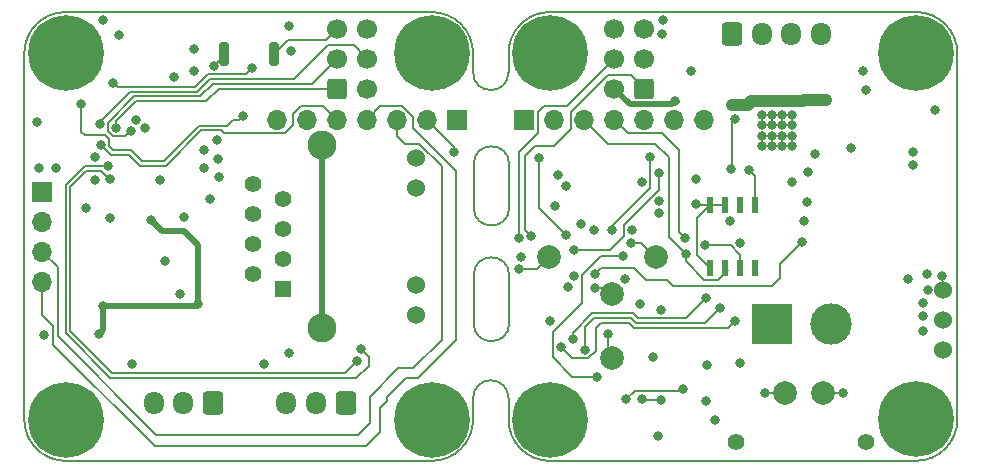
<source format=gbr>
%TF.GenerationSoftware,KiCad,Pcbnew,(7.0.0-0)*%
%TF.CreationDate,2023-05-24T17:39:11+02:00*%
%TF.ProjectId,ethersweep,65746865-7273-4776-9565-702e6b696361,2.0.1*%
%TF.SameCoordinates,Original*%
%TF.FileFunction,Copper,L4,Bot*%
%TF.FilePolarity,Positive*%
%FSLAX46Y46*%
G04 Gerber Fmt 4.6, Leading zero omitted, Abs format (unit mm)*
G04 Created by KiCad (PCBNEW (7.0.0-0)) date 2023-05-24 17:39:11*
%MOMM*%
%LPD*%
G01*
G04 APERTURE LIST*
G04 Aperture macros list*
%AMRoundRect*
0 Rectangle with rounded corners*
0 $1 Rounding radius*
0 $2 $3 $4 $5 $6 $7 $8 $9 X,Y pos of 4 corners*
0 Add a 4 corners polygon primitive as box body*
4,1,4,$2,$3,$4,$5,$6,$7,$8,$9,$2,$3,0*
0 Add four circle primitives for the rounded corners*
1,1,$1+$1,$2,$3*
1,1,$1+$1,$4,$5*
1,1,$1+$1,$6,$7*
1,1,$1+$1,$8,$9*
0 Add four rect primitives between the rounded corners*
20,1,$1+$1,$2,$3,$4,$5,0*
20,1,$1+$1,$4,$5,$6,$7,0*
20,1,$1+$1,$6,$7,$8,$9,0*
20,1,$1+$1,$8,$9,$2,$3,0*%
G04 Aperture macros list end*
%TA.AperFunction,ComponentPad*%
%ADD10R,1.398000X1.398000*%
%TD*%
%TA.AperFunction,ComponentPad*%
%ADD11C,1.398000*%
%TD*%
%TA.AperFunction,ComponentPad*%
%ADD12C,1.530000*%
%TD*%
%TA.AperFunction,ComponentPad*%
%ADD13C,2.445000*%
%TD*%
%TA.AperFunction,ComponentPad*%
%ADD14C,0.800000*%
%TD*%
%TA.AperFunction,ComponentPad*%
%ADD15C,6.400000*%
%TD*%
%TA.AperFunction,ComponentPad*%
%ADD16RoundRect,0.250000X0.600000X0.600000X-0.600000X0.600000X-0.600000X-0.600000X0.600000X-0.600000X0*%
%TD*%
%TA.AperFunction,ComponentPad*%
%ADD17C,1.700000*%
%TD*%
%TA.AperFunction,ComponentPad*%
%ADD18C,1.524000*%
%TD*%
%TA.AperFunction,ComponentPad*%
%ADD19C,1.400000*%
%TD*%
%TA.AperFunction,ComponentPad*%
%ADD20R,3.500000X3.500000*%
%TD*%
%TA.AperFunction,ComponentPad*%
%ADD21C,3.500000*%
%TD*%
%TA.AperFunction,ComponentPad*%
%ADD22R,1.700000X1.700000*%
%TD*%
%TA.AperFunction,ComponentPad*%
%ADD23O,1.700000X1.700000*%
%TD*%
%TA.AperFunction,ComponentPad*%
%ADD24RoundRect,0.250000X0.600000X0.725000X-0.600000X0.725000X-0.600000X-0.725000X0.600000X-0.725000X0*%
%TD*%
%TA.AperFunction,ComponentPad*%
%ADD25O,1.700000X1.950000*%
%TD*%
%TA.AperFunction,ComponentPad*%
%ADD26RoundRect,0.250000X-0.600000X-0.725000X0.600000X-0.725000X0.600000X0.725000X-0.600000X0.725000X0*%
%TD*%
%TA.AperFunction,ComponentPad*%
%ADD27RoundRect,0.250000X-0.600000X-0.600000X0.600000X-0.600000X0.600000X0.600000X-0.600000X0.600000X0*%
%TD*%
%TA.AperFunction,SMDPad,CuDef*%
%ADD28RoundRect,0.200000X0.200000X0.800000X-0.200000X0.800000X-0.200000X-0.800000X0.200000X-0.800000X0*%
%TD*%
%TA.AperFunction,SMDPad,CuDef*%
%ADD29R,0.600000X1.400000*%
%TD*%
%TA.AperFunction,SMDPad,CuDef*%
%ADD30C,2.000000*%
%TD*%
%TA.AperFunction,ViaPad*%
%ADD31C,0.800000*%
%TD*%
%TA.AperFunction,Conductor*%
%ADD32C,0.250000*%
%TD*%
%TA.AperFunction,Conductor*%
%ADD33C,0.200000*%
%TD*%
%TA.AperFunction,Conductor*%
%ADD34C,0.500000*%
%TD*%
%TA.AperFunction,Conductor*%
%ADD35C,0.400000*%
%TD*%
%TA.AperFunction,Conductor*%
%ADD36C,1.000000*%
%TD*%
%TA.AperFunction,Profile*%
%ADD37C,0.150000*%
%TD*%
G04 APERTURE END LIST*
D10*
X167999999Y-50149999D03*
D11*
X165460000Y-48880000D03*
X168000000Y-47610000D03*
X165460000Y-46340000D03*
X168000000Y-45070000D03*
X165460000Y-43800000D03*
X168000000Y-42530000D03*
X165460000Y-41260000D03*
D12*
X179250000Y-52325000D03*
X179250000Y-49785000D03*
X179250000Y-41615000D03*
X179250000Y-39075000D03*
D13*
X171300000Y-53445000D03*
X171300000Y-37955000D03*
D14*
X178200000Y-30200000D03*
X178902944Y-28502944D03*
X178902944Y-31897056D03*
X180600000Y-27800000D03*
D15*
X180600000Y-30200000D03*
D14*
X180600000Y-32600000D03*
X182297056Y-28502944D03*
X182297056Y-31897056D03*
X183000000Y-30200000D03*
X147200000Y-30200000D03*
X147902944Y-28502944D03*
X147902944Y-31897056D03*
X149600000Y-27800000D03*
D15*
X149600000Y-30200000D03*
D14*
X149600000Y-32600000D03*
X151297056Y-28502944D03*
X151297056Y-31897056D03*
X152000000Y-30200000D03*
X147200000Y-61200000D03*
X147902944Y-59502944D03*
X147902944Y-62897056D03*
X149600000Y-58800000D03*
D15*
X149600000Y-61200000D03*
D14*
X149600000Y-63600000D03*
X151297056Y-59502944D03*
X151297056Y-62897056D03*
X152000000Y-61200000D03*
X178200000Y-61200000D03*
X178902944Y-59502944D03*
X178902944Y-62897056D03*
X180600000Y-58800000D03*
D15*
X180600000Y-61200000D03*
D14*
X180600000Y-63600000D03*
X182297056Y-59502944D03*
X182297056Y-62897056D03*
X183000000Y-61200000D03*
X188200000Y-30200000D03*
X188902944Y-28502944D03*
X188902944Y-31897056D03*
X190600000Y-27800000D03*
D15*
X190600000Y-30200000D03*
D14*
X190600000Y-32600000D03*
X192297056Y-28502944D03*
X192297056Y-31897056D03*
X193000000Y-30200000D03*
X219200000Y-30200000D03*
X219902944Y-28502944D03*
X219902944Y-31897056D03*
X221600000Y-27800000D03*
D15*
X221600000Y-30200000D03*
D14*
X221600000Y-32600000D03*
X223297056Y-28502944D03*
X223297056Y-31897056D03*
X224000000Y-30200000D03*
X188200000Y-61200000D03*
X188902944Y-59502944D03*
X188902944Y-62897056D03*
X190600000Y-58800000D03*
D15*
X190600000Y-61200000D03*
D14*
X190600000Y-63600000D03*
X192297056Y-59502944D03*
X192297056Y-62897056D03*
X193000000Y-61200000D03*
D16*
X198600000Y-33200000D03*
D17*
X196060000Y-33200000D03*
X198600000Y-30660000D03*
X196060000Y-30660000D03*
X198600000Y-28120000D03*
X196060000Y-28120000D03*
D14*
X219200000Y-61175001D03*
X219902944Y-59477945D03*
X219902944Y-62872057D03*
X221600000Y-58775001D03*
D15*
X221600000Y-61175001D03*
D14*
X221600000Y-63575001D03*
X223297056Y-59477945D03*
X223297056Y-62872057D03*
X224000000Y-61175001D03*
D18*
X223850000Y-55315000D03*
X223850000Y-52775000D03*
X223850000Y-50235000D03*
D19*
X217400000Y-63100000D03*
X206400000Y-63100000D03*
D20*
X209399999Y-53099999D03*
D21*
X214400000Y-53100000D03*
D22*
X182717599Y-35818999D03*
D23*
X180177599Y-35818999D03*
X177637599Y-35818999D03*
X175097599Y-35818999D03*
X172557599Y-35818999D03*
X170017599Y-35818999D03*
X167477599Y-35818999D03*
D24*
X173300000Y-59787500D03*
D25*
X170799999Y-59787499D03*
X168299999Y-59787499D03*
D24*
X162050000Y-59787500D03*
D25*
X159549999Y-59787499D03*
X157049999Y-59787499D03*
D22*
X188452999Y-35818999D03*
D23*
X190992999Y-35818999D03*
X193532999Y-35818999D03*
X196072999Y-35818999D03*
X198612999Y-35818999D03*
X201152999Y-35818999D03*
X203692999Y-35818999D03*
D26*
X206050000Y-28602500D03*
D25*
X208549999Y-28602499D03*
X211049999Y-28602499D03*
X213549999Y-28602499D03*
D27*
X172600000Y-33200000D03*
D17*
X175140000Y-33200000D03*
X172600000Y-30660000D03*
X175140000Y-30660000D03*
X172600000Y-28120000D03*
X175140000Y-28120000D03*
D22*
X147599999Y-41899999D03*
D23*
X147599999Y-44439999D03*
X147599999Y-46979999D03*
X147599999Y-49519999D03*
D28*
X167250000Y-30250000D03*
X163050000Y-30250000D03*
D29*
X204194999Y-42999999D03*
X205464999Y-42999999D03*
X206734999Y-42999999D03*
X208004999Y-42999999D03*
X208004999Y-48399999D03*
X206734999Y-48399999D03*
X205464999Y-48399999D03*
X204194999Y-48399999D03*
D30*
X195850000Y-55970000D03*
X213750000Y-58970000D03*
X195850000Y-50570000D03*
X210550000Y-58963000D03*
X199550000Y-47470000D03*
X190550000Y-47470000D03*
D31*
X158000000Y-47750000D03*
X147350000Y-39870000D03*
X212450000Y-40270000D03*
X160450000Y-29870000D03*
X222200000Y-51320000D03*
X188150000Y-47445000D03*
X153400000Y-44100000D03*
X216100000Y-38195000D03*
X155560000Y-35819000D03*
X208544400Y-37165200D03*
X209408000Y-35438000D03*
X207450000Y-40070000D03*
X220965000Y-49281000D03*
X196937500Y-49282500D03*
X168550000Y-27870000D03*
X210271600Y-35438000D03*
X221350000Y-39620000D03*
X168550000Y-55570000D03*
X162150000Y-31270000D03*
X204620000Y-61230000D03*
X154085000Y-28635000D03*
X202950000Y-40870000D03*
X203825000Y-59645000D03*
X222200000Y-53670000D03*
X205850000Y-44370000D03*
X200025000Y-51920000D03*
X147150000Y-35970000D03*
X199325000Y-55920000D03*
X221325000Y-38545000D03*
X202550000Y-31670000D03*
X198400500Y-41070000D03*
X199840000Y-42730000D03*
X217350000Y-33270000D03*
X208544400Y-35438000D03*
X200075000Y-28520000D03*
X209408000Y-36301600D03*
X200200000Y-27345000D03*
X191307122Y-40527122D03*
X159300000Y-50600000D03*
X211113900Y-41073143D03*
X151350000Y-43270000D03*
X158800000Y-32220000D03*
X162550000Y-40670000D03*
X159650000Y-44070000D03*
X162529096Y-39149096D03*
X211135200Y-35438000D03*
X152800000Y-27400000D03*
X211135200Y-38028800D03*
X152131000Y-40899000D03*
X197574500Y-45170000D03*
X192610285Y-49085573D03*
X161355227Y-39909548D03*
X199747253Y-62615067D03*
X211135200Y-36301600D03*
X190625000Y-52895000D03*
X208544400Y-36301600D03*
X161297982Y-38349548D03*
X210271600Y-37165200D03*
X208857000Y-58963000D03*
X209408000Y-37165200D03*
X160450000Y-31670000D03*
X212150000Y-44370000D03*
X203925000Y-56620000D03*
X211135200Y-37165200D03*
X212350000Y-42770000D03*
X194350000Y-45170000D03*
X210271600Y-38028800D03*
X223200000Y-34995000D03*
X208544400Y-38028800D03*
X168650000Y-29970000D03*
X157600000Y-40900000D03*
X162450000Y-37570000D03*
X217150000Y-31670000D03*
X210271600Y-36301600D03*
X222200000Y-52470000D03*
X191950000Y-41470000D03*
X209408000Y-38028800D03*
X161850000Y-42570000D03*
X202100000Y-47195000D03*
X202075000Y-45845000D03*
X203775000Y-46445000D03*
X206725210Y-46255966D03*
X156300501Y-36490312D03*
X222525000Y-48895000D03*
X155250000Y-56470000D03*
X193200000Y-44670000D03*
X191050000Y-43145000D03*
X202993500Y-42970000D03*
X152050000Y-38970000D03*
X223800000Y-49045000D03*
X199875000Y-43745000D03*
X198250000Y-51420000D03*
X148750000Y-39870000D03*
X201160000Y-34260000D03*
X166425000Y-56495000D03*
X215450000Y-58970000D03*
X147750000Y-54070000D03*
X222625000Y-50220000D03*
X213065372Y-38704628D03*
X192100000Y-49945000D03*
X206700000Y-56420000D03*
X189000000Y-45645000D03*
X153900000Y-36520000D03*
X189675000Y-39045000D03*
X191975000Y-45620000D03*
X155100000Y-36750000D03*
X199100000Y-38995000D03*
X196775000Y-47395000D03*
X195875000Y-45170000D03*
X194575000Y-57570000D03*
X152488673Y-36175003D03*
X188000000Y-45870000D03*
X182500000Y-38520000D03*
X213700000Y-34170000D03*
X206000000Y-34570000D03*
X212050000Y-34270000D03*
X207650000Y-34270000D03*
X152600000Y-37950000D03*
X199800000Y-40320000D03*
X192675000Y-46820000D03*
X150900000Y-34450000D03*
X164650000Y-35470000D03*
X160800000Y-51400000D03*
X152400000Y-54000000D03*
X152800000Y-51600000D03*
X156850000Y-44270000D03*
X201900000Y-58595000D03*
X197050000Y-59495000D03*
X198425000Y-59445000D03*
X200000000Y-59520000D03*
X153350000Y-40870000D03*
X174250000Y-56270000D03*
X174650000Y-55270000D03*
X153150000Y-39750000D03*
X194450000Y-50070000D03*
X195525000Y-53970000D03*
X195325000Y-55970000D03*
X187950000Y-48470000D03*
X197450000Y-46270000D03*
X194400000Y-48895000D03*
X211980000Y-46140000D03*
X205950000Y-39970000D03*
X206250000Y-35770000D03*
X192525000Y-54395000D03*
X203800000Y-50920000D03*
X205000000Y-51770000D03*
X193575000Y-55320000D03*
X191525000Y-55070000D03*
X206250000Y-52870000D03*
X153650000Y-32670000D03*
X165350000Y-31470000D03*
D32*
X179024999Y-31775001D02*
X180600000Y-30200000D01*
D33*
X208005000Y-43000000D02*
X208005000Y-40625000D01*
X208005000Y-40625000D02*
X207450000Y-40070000D01*
X163050000Y-30250000D02*
X163050000Y-30370000D01*
X208850000Y-58970000D02*
X208857000Y-58963000D01*
X210550000Y-58963000D02*
X208857000Y-58963000D01*
X163050000Y-30370000D02*
X162150000Y-31270000D01*
X193533000Y-35819000D02*
X195559000Y-37845000D01*
X148950000Y-48330000D02*
X147600000Y-46980000D01*
X205650000Y-48585000D02*
X205465000Y-48400000D01*
X205450000Y-48385000D02*
X205465000Y-48400000D01*
X205465000Y-48400000D02*
X205465000Y-48800000D01*
X200650000Y-38970000D02*
X200650000Y-45745000D01*
X177637600Y-35819000D02*
X177637600Y-37157600D01*
X199525000Y-37845000D02*
X200650000Y-38970000D01*
X202100000Y-47820000D02*
X202100000Y-47195000D01*
X175350000Y-59270000D02*
X175350000Y-61500480D01*
X174350000Y-62500480D02*
X172870480Y-62500480D01*
X179050000Y-56870000D02*
X177750000Y-56870000D01*
X148950000Y-54170000D02*
X148950000Y-48330000D01*
X200650000Y-45745000D02*
X202100000Y-47195000D01*
X178320370Y-37840370D02*
X179521508Y-37840370D01*
X204865000Y-49400000D02*
X203680000Y-49400000D01*
X181450000Y-39768862D02*
X181450000Y-54470000D01*
X205465000Y-48400000D02*
X205465000Y-48855000D01*
X179521508Y-37840370D02*
X181450000Y-39768862D01*
X205465000Y-48800000D02*
X204865000Y-49400000D01*
X172870480Y-62500480D02*
X172870000Y-62500000D01*
X181450000Y-54470000D02*
X179050000Y-56870000D01*
X195559000Y-37845000D02*
X199525000Y-37845000D01*
X157280000Y-62500000D02*
X148950000Y-54170000D01*
X175350000Y-61500480D02*
X174350000Y-62500480D01*
X177750000Y-56870000D02*
X175350000Y-59270000D01*
X172870000Y-62500000D02*
X157280000Y-62500000D01*
X177637600Y-37157600D02*
X178320370Y-37840370D01*
X205465000Y-48855000D02*
X205450000Y-48870000D01*
X203680000Y-49400000D02*
X202100000Y-47820000D01*
X205925000Y-46445000D02*
X206735000Y-47255000D01*
X178420001Y-57699999D02*
X179449150Y-57699999D01*
X201525000Y-45295000D02*
X201525000Y-38370000D01*
X176250000Y-60220000D02*
X176800000Y-59670000D01*
X176800000Y-59670000D02*
X176800000Y-59320000D01*
X179027600Y-35582654D02*
X179027600Y-36518451D01*
X202075000Y-45845000D02*
X201525000Y-45295000D01*
X157170000Y-63470000D02*
X175050000Y-63470000D01*
X201525000Y-38370000D02*
X200123511Y-36968511D01*
X148549990Y-53270000D02*
X148549990Y-54849990D01*
X176250000Y-62270000D02*
X176250000Y-60220000D01*
X148549990Y-54849990D02*
X157170000Y-63470000D01*
X175097600Y-35819000D02*
X176247600Y-34669000D01*
X206735000Y-47255000D02*
X206735000Y-48400000D01*
X179449150Y-57699999D02*
X182679149Y-54470000D01*
X176800000Y-59320000D02*
X178420001Y-57699999D01*
X197222511Y-36968511D02*
X196073000Y-35819000D01*
X147600000Y-49520000D02*
X147600000Y-52320010D01*
X182679149Y-54470000D02*
X182679149Y-40170000D01*
X179027600Y-36518451D02*
X182679149Y-40170000D01*
X200123511Y-36968511D02*
X197222511Y-36968511D01*
X178113946Y-34669000D02*
X179027600Y-35582654D01*
X176247600Y-34669000D02*
X178113946Y-34669000D01*
X147600000Y-52320010D02*
X148549990Y-53270000D01*
X175050000Y-63470000D02*
X176250000Y-62270000D01*
X203775000Y-46445000D02*
X205925000Y-46445000D01*
X203050000Y-44145000D02*
X204195000Y-43000000D01*
X213750000Y-58970000D02*
X215450000Y-58970000D01*
X203050000Y-47255000D02*
X203050000Y-44145000D01*
X204250000Y-48345000D02*
X204250000Y-48370000D01*
X203050000Y-42970000D02*
X202993500Y-42970000D01*
X204195000Y-48400000D02*
X203050000Y-47255000D01*
X204250000Y-48345000D02*
X204250000Y-48345000D01*
D34*
X196060000Y-33200000D02*
X197359520Y-34499520D01*
D33*
X204250000Y-48345000D02*
X204250000Y-47870000D01*
X204100000Y-48495000D02*
X204125000Y-48470000D01*
X205465000Y-43000000D02*
X204195000Y-43000000D01*
D34*
X200920480Y-34499520D02*
X201160000Y-34260000D01*
D35*
X201160000Y-34260000D02*
X201402054Y-34260000D01*
D33*
X204195000Y-43000000D02*
X203080000Y-43000000D01*
X204125000Y-48470000D02*
X204150000Y-48470000D01*
X204150000Y-48470000D02*
X204150000Y-48445000D01*
X204225000Y-48370000D02*
X204195000Y-48400000D01*
X203080000Y-43000000D02*
X203050000Y-42970000D01*
X204150000Y-48445000D02*
X204195000Y-48400000D01*
X204250000Y-48455000D02*
X204195000Y-48400000D01*
X204250000Y-48370000D02*
X204225000Y-48370000D01*
D35*
X205465000Y-43000000D02*
X205465000Y-42600000D01*
D34*
X197359520Y-34499520D02*
X200920480Y-34499520D01*
D33*
X172600000Y-33200000D02*
X172578999Y-33178999D01*
X161479030Y-34249969D02*
X155585717Y-34249969D01*
X153900000Y-35935686D02*
X153900000Y-36520000D01*
X197450000Y-32050000D02*
X195520000Y-32050000D01*
X189375000Y-38020000D02*
X188500000Y-38895000D01*
X162550000Y-33178999D02*
X161479030Y-34249969D01*
X172578999Y-33178999D02*
X162550000Y-33178999D01*
X198600000Y-33200000D02*
X197450000Y-32050000D01*
X172600000Y-33200000D02*
X172179009Y-32779009D01*
X195520000Y-32050000D02*
X192383000Y-35187000D01*
X188500000Y-38895000D02*
X188500000Y-45145000D01*
X190958000Y-38020000D02*
X189375000Y-38020000D01*
X192383000Y-36595000D02*
X190958000Y-38020000D01*
X192383000Y-35187000D02*
X192383000Y-36595000D01*
X155585717Y-34249969D02*
X153900000Y-35935686D01*
X188500000Y-45145000D02*
X189000000Y-45645000D01*
X198603533Y-30660000D02*
X198600000Y-30660000D01*
X153200000Y-36809950D02*
X153200000Y-36070000D01*
X154630000Y-37220000D02*
X153610050Y-37220000D01*
X153200000Y-36070000D02*
X155420031Y-33849969D01*
X189675000Y-43320000D02*
X191975000Y-45620000D01*
X162049999Y-32778999D02*
X170481001Y-32778999D01*
X155100000Y-36750000D02*
X154630000Y-37220000D01*
X153610050Y-37220000D02*
X153200000Y-36809950D01*
X170481001Y-32778999D02*
X172600000Y-30660000D01*
X189675000Y-39045000D02*
X189675000Y-43320000D01*
X160979029Y-33849969D02*
X162049999Y-32778999D01*
X155420031Y-33849969D02*
X160979029Y-33849969D01*
X195875000Y-44809950D02*
X195875000Y-45170000D01*
X167250000Y-30250000D02*
X168430000Y-29070000D01*
X196775000Y-47395000D02*
X194910050Y-47395000D01*
X193310285Y-48994765D02*
X193310285Y-51334715D01*
X171650000Y-29070000D02*
X172600000Y-28120000D01*
X199100000Y-38995000D02*
X199100000Y-41584950D01*
X192475000Y-57570000D02*
X194575000Y-57570000D01*
X193310285Y-51334715D02*
X190825000Y-53820000D01*
X168430000Y-29070000D02*
X171650000Y-29070000D01*
X190825000Y-55920000D02*
X192475000Y-57570000D01*
X194910050Y-47395000D02*
X193310285Y-48994765D01*
X199100000Y-41584950D02*
X198794975Y-41889975D01*
X190825000Y-53820000D02*
X190825000Y-55920000D01*
X198794975Y-41889975D02*
X195875000Y-44809950D01*
X189603000Y-35166000D02*
X189603000Y-36969000D01*
X190100000Y-34669000D02*
X189603000Y-35166000D01*
X175140000Y-30660000D02*
X173990000Y-29510000D01*
X189603000Y-36969000D02*
X188000000Y-38572000D01*
X168950000Y-32378999D02*
X161821001Y-32378999D01*
X192051000Y-34669000D02*
X190100000Y-34669000D01*
X152488673Y-35995642D02*
X152488673Y-36175003D01*
X160750031Y-33449969D02*
X155034346Y-33449969D01*
X171818999Y-29510000D02*
X168950000Y-32378999D01*
X161821001Y-32378999D02*
X160750031Y-33449969D01*
X188000000Y-38572000D02*
X188000000Y-45870000D01*
X155034346Y-33449969D02*
X152488673Y-35995642D01*
X196060000Y-30660000D02*
X192051000Y-34669000D01*
X173990000Y-29510000D02*
X171818999Y-29510000D01*
X196060000Y-30660000D02*
X195294994Y-30660000D01*
X190509991Y-36290009D02*
X191000000Y-35800000D01*
X190980000Y-35720000D02*
X191000000Y-35700000D01*
X180177600Y-35819000D02*
X182500000Y-38141400D01*
X182500000Y-38141400D02*
X182500000Y-38520000D01*
D36*
X207650000Y-34270000D02*
X212050000Y-34270000D01*
X206000000Y-34570000D02*
X207350000Y-34570000D01*
X212150000Y-34170000D02*
X212050000Y-34270000D01*
X207350000Y-34570000D02*
X207650000Y-34270000D01*
X213950000Y-34170000D02*
X212150000Y-34170000D01*
D33*
X168867600Y-35342654D02*
X169541254Y-34669000D01*
X153450011Y-38800011D02*
X154980011Y-38800011D01*
X168193946Y-36969000D02*
X168867600Y-36295346D01*
X162992481Y-36969000D02*
X168193946Y-36969000D01*
X158066006Y-39720000D02*
X161059486Y-36726520D01*
X162750000Y-36726519D02*
X162992481Y-36969000D01*
X169541254Y-34669000D02*
X171407600Y-34669000D01*
X154980011Y-38800011D02*
X155900000Y-39720000D01*
X171407600Y-34669000D02*
X172557600Y-35819000D01*
X168867600Y-36295346D02*
X168867600Y-35342654D01*
X161059486Y-36726520D02*
X162750000Y-36726519D01*
X155900000Y-39720000D02*
X158066006Y-39720000D01*
X152600000Y-37950000D02*
X153450011Y-38800011D01*
D34*
X171300000Y-53445000D02*
X171300000Y-37955000D01*
D33*
X163815000Y-35819000D02*
X163307000Y-36327000D01*
X196875000Y-44705050D02*
X196875000Y-45645000D01*
X157901010Y-39319990D02*
X158100000Y-39121000D01*
X156065689Y-39319990D02*
X157901010Y-39319990D01*
X151233001Y-37153001D02*
X152966999Y-37153001D01*
X152966999Y-37153001D02*
X153300001Y-37486003D01*
X158034312Y-39186688D02*
X158100000Y-39121000D01*
X170040000Y-35191700D02*
X170040000Y-35800000D01*
X199800000Y-40320000D02*
X199800000Y-41780050D01*
X195700000Y-46820000D02*
X192675000Y-46820000D01*
X160894000Y-36327000D02*
X163307000Y-36327000D01*
X196875000Y-45645000D02*
X195700000Y-46820000D01*
X153300001Y-37486003D02*
X153300001Y-38084303D01*
X164301000Y-35819000D02*
X164650000Y-35470000D01*
X150900000Y-36820000D02*
X151233001Y-37153001D01*
X199800000Y-41780050D02*
X196875000Y-44705050D01*
X158100000Y-39121000D02*
X160894000Y-36327000D01*
X153300001Y-38084303D02*
X153615699Y-38400001D01*
X155145700Y-38400001D02*
X156065689Y-39319990D01*
X153615699Y-38400001D02*
X155145700Y-38400001D01*
X150900000Y-34450000D02*
X150900000Y-36820000D01*
X163815000Y-35819000D02*
X164301000Y-35819000D01*
X152400000Y-54000000D02*
X152400000Y-54000000D01*
D34*
X160800000Y-51400000D02*
X160600000Y-51600000D01*
X159600000Y-45200000D02*
X157780000Y-45200000D01*
X160800000Y-51400000D02*
X160800000Y-46400000D01*
X160600000Y-51600000D02*
X152800000Y-51600000D01*
X160800000Y-46400000D02*
X159600000Y-45200000D01*
X152800000Y-51600000D02*
X152800000Y-53600000D01*
X157780000Y-45200000D02*
X156850000Y-44270000D01*
X152800000Y-53600000D02*
X152400000Y-54000000D01*
D33*
X197800000Y-58745000D02*
X201750000Y-58745000D01*
X201750000Y-58745000D02*
X201900000Y-58595000D01*
X197050000Y-59495000D02*
X197800000Y-58745000D01*
X200000000Y-59520000D02*
X198500000Y-59520000D01*
X198500000Y-59520000D02*
X198425000Y-59445000D01*
X174250000Y-56270000D02*
X173220489Y-57299511D01*
X150000010Y-41515688D02*
X151365688Y-40150010D01*
X153565209Y-57299511D02*
X150000010Y-53734312D01*
X153280741Y-40870000D02*
X153350000Y-40870000D01*
X173220489Y-57299511D02*
X153565209Y-57299511D01*
X150000010Y-53734312D02*
X150000010Y-41515688D01*
X151365688Y-40150010D02*
X152560751Y-40150010D01*
X152560751Y-40150010D02*
X153280741Y-40870000D01*
X175249519Y-55869519D02*
X174650000Y-55270000D01*
X175249519Y-56635487D02*
X175249519Y-55869519D01*
X153399031Y-57699031D02*
X174185976Y-57699030D01*
X174185976Y-57699030D02*
X175249519Y-56635487D01*
X149600000Y-41350000D02*
X149600000Y-53900000D01*
X151200000Y-39750000D02*
X149600000Y-41350000D01*
X153150000Y-39750000D02*
X151200000Y-39750000D01*
X149600000Y-53900000D02*
X153399031Y-57699031D01*
X195350000Y-50070000D02*
X195850000Y-50570000D01*
X194450000Y-50070000D02*
X195350000Y-50070000D01*
X195525000Y-55770000D02*
X195525000Y-53970000D01*
X195325000Y-55970000D02*
X195525000Y-55770000D01*
X190550000Y-47470000D02*
X189550000Y-48470000D01*
X189550000Y-48470000D02*
X187950000Y-48470000D01*
X199550000Y-47470000D02*
X198350000Y-46270000D01*
X198350000Y-46270000D02*
X197450000Y-46270000D01*
X198775000Y-49395000D02*
X197750000Y-48370000D01*
X210100000Y-49195000D02*
X210100000Y-48010000D01*
X197750000Y-48370000D02*
X194925000Y-48370000D01*
X211970000Y-46140000D02*
X211980000Y-46140000D01*
X194925000Y-48370000D02*
X194400000Y-48895000D01*
X201025000Y-49895000D02*
X209400000Y-49895000D01*
X209400000Y-49895000D02*
X210100000Y-49195000D01*
X200525000Y-49395000D02*
X201025000Y-49895000D01*
X200525000Y-49395000D02*
X198775000Y-49395000D01*
X210100000Y-48010000D02*
X211970000Y-46140000D01*
X206250000Y-35770000D02*
X206050000Y-35970000D01*
X206050000Y-39870000D02*
X205950000Y-39970000D01*
X206050000Y-35970000D02*
X206050000Y-39870000D01*
X197628184Y-52223186D02*
X194171814Y-52223186D01*
X194171814Y-52223186D02*
X192525000Y-53870000D01*
X203800000Y-50920000D02*
X202100000Y-52620000D01*
X202100000Y-52620000D02*
X198025000Y-52620000D01*
X192525000Y-53870000D02*
X192525000Y-54395000D01*
X198025000Y-52620000D02*
X197628184Y-52223186D01*
X193575000Y-53395000D02*
X194346814Y-52623186D01*
X197462499Y-52623186D02*
X197859314Y-53020000D01*
X197859314Y-53020000D02*
X203750000Y-53020000D01*
X193575000Y-55320000D02*
X193575000Y-53395000D01*
X194346814Y-52623186D02*
X197462499Y-52623186D01*
X203750000Y-53020000D02*
X205000000Y-51770000D01*
X205700000Y-53420000D02*
X197693628Y-53420000D01*
X193864950Y-56020000D02*
X192475000Y-56020000D01*
X194971814Y-53023186D02*
X194525000Y-53470000D01*
X197296814Y-53023186D02*
X194971814Y-53023186D01*
X194525000Y-55359950D02*
X193864950Y-56020000D01*
X206250000Y-52870000D02*
X205700000Y-53420000D01*
X192475000Y-56020000D02*
X191525000Y-55070000D01*
X194525000Y-53470000D02*
X194525000Y-55359950D01*
X197693628Y-53420000D02*
X197296814Y-53023186D01*
X164250000Y-31978999D02*
X161620970Y-31978999D01*
X164841001Y-31978999D02*
X165350000Y-31470000D01*
X164250000Y-31978999D02*
X164841001Y-31978999D01*
X161620970Y-31978999D02*
X160550000Y-33049969D01*
X154029969Y-33049969D02*
X153650000Y-32670000D01*
X160550000Y-33049969D02*
X154029969Y-33049969D01*
D37*
X184100000Y-31800000D02*
X184100000Y-30200000D01*
X184100000Y-60700000D02*
X184100000Y-59400000D01*
X180600000Y-26700000D02*
X149600000Y-26700000D01*
X149600000Y-26700000D02*
G75*
G03*
X146100000Y-30200000I0J-3500000D01*
G01*
X184100000Y-30200000D02*
G75*
G03*
X180600000Y-26700000I-3500000J0D01*
G01*
X180600000Y-64700000D02*
G75*
G03*
X184100000Y-61200000I0J3500000D01*
G01*
X146100000Y-30200000D02*
X146100000Y-61200000D01*
X149600000Y-64700000D02*
X180600000Y-64700000D01*
X146100000Y-61200000D02*
G75*
G03*
X149600000Y-64700000I3500000J0D01*
G01*
X184100000Y-61200000D02*
X184100000Y-60700000D01*
X225100000Y-61200000D02*
X225100000Y-30200000D01*
X190600000Y-64700000D02*
X221600000Y-64700000D01*
X187100000Y-61200000D02*
G75*
G03*
X190600000Y-64700000I3500000J0D01*
G01*
X221600000Y-64700000D02*
G75*
G03*
X225100000Y-61200000I0J3500000D01*
G01*
X190600000Y-26700000D02*
G75*
G03*
X187100000Y-30200000I0J-3500000D01*
G01*
X190600000Y-26700000D02*
X221600000Y-26700000D01*
X187100000Y-30200000D02*
X187100000Y-30700000D01*
X187100000Y-61200000D02*
X187100000Y-59400000D01*
X187100000Y-31800000D02*
X187100000Y-30700000D01*
X225100000Y-30200000D02*
G75*
G03*
X221600000Y-26700000I-3500000J0D01*
G01*
X187150000Y-48970000D02*
G75*
G03*
X184150000Y-48970000I-1500000J0D01*
G01*
X187150000Y-39570000D02*
G75*
G03*
X184150000Y-39570000I-1500000J0D01*
G01*
X187100000Y-59400000D02*
G75*
G03*
X184100000Y-59400000I-1500000J30019D01*
G01*
X184150000Y-53070000D02*
X184150000Y-48970000D01*
X184150000Y-43270000D02*
X184150000Y-39570000D01*
X184150000Y-43270000D02*
G75*
G03*
X187150000Y-43270000I1500000J0D01*
G01*
X184100000Y-31800000D02*
G75*
G03*
X187100000Y-31800000I1500000J0D01*
G01*
X187150000Y-39570000D02*
X187150000Y-43270000D01*
X187150000Y-48970000D02*
X187150000Y-53070000D01*
X184150000Y-53070000D02*
G75*
G03*
X187150000Y-53070000I1500000J0D01*
G01*
M02*

</source>
